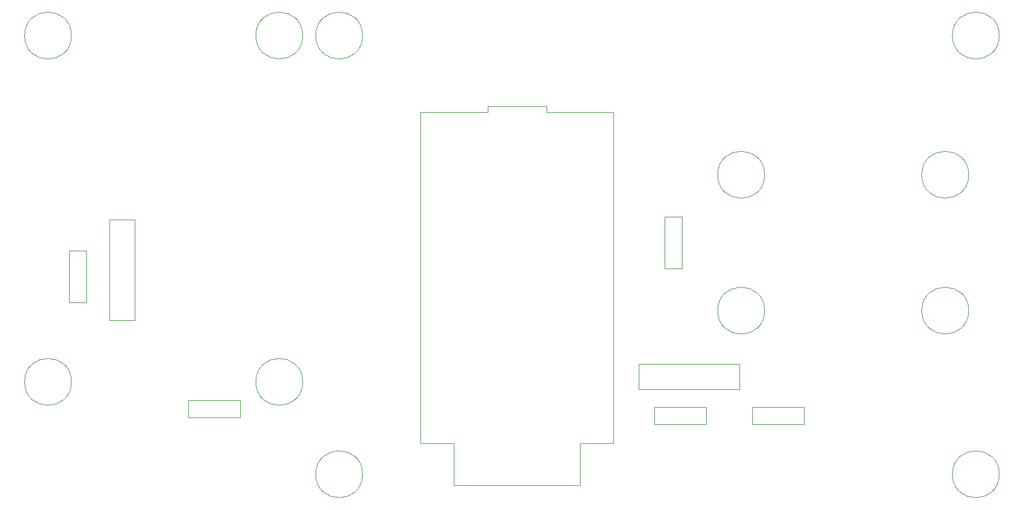
<source format=gbr>
%TF.GenerationSoftware,KiCad,Pcbnew,7.0.9*%
%TF.CreationDate,2024-02-04T14:24:30+02:00*%
%TF.ProjectId,Liubomir_Stanev_project,4c697562-6f6d-4697-925f-5374616e6576,rev?*%
%TF.SameCoordinates,Original*%
%TF.FileFunction,Other,User*%
%FSLAX46Y46*%
G04 Gerber Fmt 4.6, Leading zero omitted, Abs format (unit mm)*
G04 Created by KiCad (PCBNEW 7.0.9) date 2024-02-04 14:24:30*
%MOMM*%
%LPD*%
G01*
G04 APERTURE LIST*
%ADD10C,0.050000*%
G04 APERTURE END LIST*
D10*
%TO.C,U5*%
X144190000Y-99730000D02*
X151810000Y-99730000D01*
X144190000Y-102270000D02*
X144190000Y-99730000D01*
X144190000Y-102270000D02*
X151810000Y-102270000D01*
X151810000Y-102270000D02*
X151810000Y-99730000D01*
%TO.C,REF\u002A\u002A*%
X92550000Y-96000000D02*
G75*
G03*
X92550000Y-96000000I-3450000J0D01*
G01*
%TO.C,R1*%
X67850000Y-72100000D02*
X64150000Y-72100000D01*
X64150000Y-72100000D02*
X64150000Y-86900000D01*
X67850000Y-86900000D02*
X67850000Y-72100000D01*
X64150000Y-86900000D02*
X67850000Y-86900000D01*
%TO.C,REF\u002A\u002A*%
X101350000Y-109600000D02*
G75*
G03*
X101350000Y-109600000I-3450000J0D01*
G01*
X190450000Y-85500000D02*
G75*
G03*
X190450000Y-85500000I-3450000J0D01*
G01*
%TO.C,U2*%
X83310000Y-101270000D02*
X75690000Y-101270000D01*
X83310000Y-98730000D02*
X83310000Y-101270000D01*
X83310000Y-98730000D02*
X75690000Y-98730000D01*
X75690000Y-98730000D02*
X75690000Y-101270000D01*
%TO.C,REF\u002A\u002A*%
X194950000Y-45000000D02*
G75*
G03*
X194950000Y-45000000I-3450000J0D01*
G01*
X58550000Y-45000000D02*
G75*
G03*
X58550000Y-45000000I-3450000J0D01*
G01*
%TO.C,U7*%
X138250000Y-105030000D02*
X138250000Y-56270000D01*
X138250000Y-56270000D02*
X128370000Y-56270000D01*
X133300000Y-111200000D02*
X114800000Y-111200000D01*
X133300000Y-105030000D02*
X138250000Y-105030000D01*
X133300000Y-105030000D02*
X133300000Y-111200000D01*
X128370000Y-56270000D02*
X128370000Y-55400000D01*
X128370000Y-55400000D02*
X119740000Y-55400000D01*
X119740000Y-56270000D02*
X109850000Y-56270000D01*
X119740000Y-55400000D02*
X119740000Y-56270000D01*
X114800000Y-111200000D02*
X114800000Y-105030000D01*
X109850000Y-105030000D02*
X114800000Y-105030000D01*
X109850000Y-56270000D02*
X109850000Y-105030000D01*
%TO.C,REF\u002A\u002A*%
X101350000Y-45000000D02*
G75*
G03*
X101350000Y-45000000I-3450000J0D01*
G01*
X160450000Y-85500000D02*
G75*
G03*
X160450000Y-85500000I-3450000J0D01*
G01*
%TO.C,R2*%
X141950000Y-93350000D02*
X141950000Y-97050000D01*
X141950000Y-97050000D02*
X156750000Y-97050000D01*
X156750000Y-93350000D02*
X141950000Y-93350000D01*
X156750000Y-97050000D02*
X156750000Y-93350000D01*
%TO.C,U6*%
X166270000Y-102270000D02*
X158650000Y-102270000D01*
X166270000Y-99730000D02*
X166270000Y-102270000D01*
X166270000Y-99730000D02*
X158650000Y-99730000D01*
X158650000Y-99730000D02*
X158650000Y-102270000D01*
%TO.C,U3*%
X58230000Y-84310000D02*
X58230000Y-76690000D01*
X60770000Y-84310000D02*
X58230000Y-84310000D01*
X60770000Y-84310000D02*
X60770000Y-76690000D01*
X60770000Y-76690000D02*
X58230000Y-76690000D01*
%TO.C,REF\u002A\u002A*%
X160450000Y-65500000D02*
G75*
G03*
X160450000Y-65500000I-3450000J0D01*
G01*
X190450000Y-65500000D02*
G75*
G03*
X190450000Y-65500000I-3450000J0D01*
G01*
%TO.C,U4*%
X145730000Y-79310000D02*
X145730000Y-71690000D01*
X148270000Y-79310000D02*
X145730000Y-79310000D01*
X148270000Y-79310000D02*
X148270000Y-71690000D01*
X148270000Y-71690000D02*
X145730000Y-71690000D01*
%TO.C,REF\u002A\u002A*%
X194950000Y-109600000D02*
G75*
G03*
X194950000Y-109600000I-3450000J0D01*
G01*
X58550000Y-96000000D02*
G75*
G03*
X58550000Y-96000000I-3450000J0D01*
G01*
X92550000Y-45000000D02*
G75*
G03*
X92550000Y-45000000I-3450000J0D01*
G01*
%TD*%
M02*

</source>
